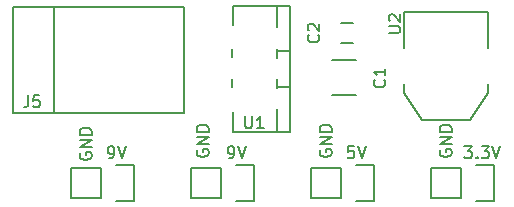
<source format=gto>
G04 #@! TF.FileFunction,Legend,Top*
%FSLAX46Y46*%
G04 Gerber Fmt 4.6, Leading zero omitted, Abs format (unit mm)*
G04 Created by KiCad (PCBNEW 4.0.1-3.201512221402+6198~38~ubuntu14.04.1-stable) date Mon 09 May 2016 07:42:58 PM PDT*
%MOMM*%
G01*
G04 APERTURE LIST*
%ADD10C,0.100000*%
%ADD11C,0.203200*%
%ADD12C,0.150000*%
G04 APERTURE END LIST*
D10*
D11*
X136168191Y-98503619D02*
X136797143Y-98503619D01*
X136458477Y-98890667D01*
X136603619Y-98890667D01*
X136700381Y-98939048D01*
X136748762Y-98987429D01*
X136797143Y-99084190D01*
X136797143Y-99326095D01*
X136748762Y-99422857D01*
X136700381Y-99471238D01*
X136603619Y-99519619D01*
X136313334Y-99519619D01*
X136216572Y-99471238D01*
X136168191Y-99422857D01*
X137232572Y-99422857D02*
X137280953Y-99471238D01*
X137232572Y-99519619D01*
X137184191Y-99471238D01*
X137232572Y-99422857D01*
X137232572Y-99519619D01*
X137619620Y-98503619D02*
X138248572Y-98503619D01*
X137909906Y-98890667D01*
X138055048Y-98890667D01*
X138151810Y-98939048D01*
X138200191Y-98987429D01*
X138248572Y-99084190D01*
X138248572Y-99326095D01*
X138200191Y-99422857D01*
X138151810Y-99471238D01*
X138055048Y-99519619D01*
X137764763Y-99519619D01*
X137668001Y-99471238D01*
X137619620Y-99422857D01*
X138538858Y-98503619D02*
X138877525Y-99519619D01*
X139216191Y-98503619D01*
X126806476Y-98503619D02*
X126322667Y-98503619D01*
X126274286Y-98987429D01*
X126322667Y-98939048D01*
X126419429Y-98890667D01*
X126661333Y-98890667D01*
X126758095Y-98939048D01*
X126806476Y-98987429D01*
X126854857Y-99084190D01*
X126854857Y-99326095D01*
X126806476Y-99422857D01*
X126758095Y-99471238D01*
X126661333Y-99519619D01*
X126419429Y-99519619D01*
X126322667Y-99471238D01*
X126274286Y-99422857D01*
X127145143Y-98503619D02*
X127483810Y-99519619D01*
X127822476Y-98503619D01*
X134112000Y-98818095D02*
X134063619Y-98914857D01*
X134063619Y-99060000D01*
X134112000Y-99205142D01*
X134208762Y-99301904D01*
X134305524Y-99350285D01*
X134499048Y-99398666D01*
X134644190Y-99398666D01*
X134837714Y-99350285D01*
X134934476Y-99301904D01*
X135031238Y-99205142D01*
X135079619Y-99060000D01*
X135079619Y-98963238D01*
X135031238Y-98818095D01*
X134982857Y-98769714D01*
X134644190Y-98769714D01*
X134644190Y-98963238D01*
X135079619Y-98334285D02*
X134063619Y-98334285D01*
X135079619Y-97753714D01*
X134063619Y-97753714D01*
X135079619Y-97269904D02*
X134063619Y-97269904D01*
X134063619Y-97027999D01*
X134112000Y-96882857D01*
X134208762Y-96786095D01*
X134305524Y-96737714D01*
X134499048Y-96689333D01*
X134644190Y-96689333D01*
X134837714Y-96737714D01*
X134934476Y-96786095D01*
X135031238Y-96882857D01*
X135079619Y-97027999D01*
X135079619Y-97269904D01*
X123952000Y-98818095D02*
X123903619Y-98914857D01*
X123903619Y-99060000D01*
X123952000Y-99205142D01*
X124048762Y-99301904D01*
X124145524Y-99350285D01*
X124339048Y-99398666D01*
X124484190Y-99398666D01*
X124677714Y-99350285D01*
X124774476Y-99301904D01*
X124871238Y-99205142D01*
X124919619Y-99060000D01*
X124919619Y-98963238D01*
X124871238Y-98818095D01*
X124822857Y-98769714D01*
X124484190Y-98769714D01*
X124484190Y-98963238D01*
X124919619Y-98334285D02*
X123903619Y-98334285D01*
X124919619Y-97753714D01*
X123903619Y-97753714D01*
X124919619Y-97269904D02*
X123903619Y-97269904D01*
X123903619Y-97027999D01*
X123952000Y-96882857D01*
X124048762Y-96786095D01*
X124145524Y-96737714D01*
X124339048Y-96689333D01*
X124484190Y-96689333D01*
X124677714Y-96737714D01*
X124774476Y-96786095D01*
X124871238Y-96882857D01*
X124919619Y-97027999D01*
X124919619Y-97269904D01*
X116211048Y-99519619D02*
X116404572Y-99519619D01*
X116501333Y-99471238D01*
X116549714Y-99422857D01*
X116646476Y-99277714D01*
X116694857Y-99084190D01*
X116694857Y-98697143D01*
X116646476Y-98600381D01*
X116598095Y-98552000D01*
X116501333Y-98503619D01*
X116307810Y-98503619D01*
X116211048Y-98552000D01*
X116162667Y-98600381D01*
X116114286Y-98697143D01*
X116114286Y-98939048D01*
X116162667Y-99035810D01*
X116211048Y-99084190D01*
X116307810Y-99132571D01*
X116501333Y-99132571D01*
X116598095Y-99084190D01*
X116646476Y-99035810D01*
X116694857Y-98939048D01*
X116985143Y-98503619D02*
X117323810Y-99519619D01*
X117662476Y-98503619D01*
X113538000Y-98818095D02*
X113489619Y-98914857D01*
X113489619Y-99060000D01*
X113538000Y-99205142D01*
X113634762Y-99301904D01*
X113731524Y-99350285D01*
X113925048Y-99398666D01*
X114070190Y-99398666D01*
X114263714Y-99350285D01*
X114360476Y-99301904D01*
X114457238Y-99205142D01*
X114505619Y-99060000D01*
X114505619Y-98963238D01*
X114457238Y-98818095D01*
X114408857Y-98769714D01*
X114070190Y-98769714D01*
X114070190Y-98963238D01*
X114505619Y-98334285D02*
X113489619Y-98334285D01*
X114505619Y-97753714D01*
X113489619Y-97753714D01*
X114505619Y-97269904D02*
X113489619Y-97269904D01*
X113489619Y-97027999D01*
X113538000Y-96882857D01*
X113634762Y-96786095D01*
X113731524Y-96737714D01*
X113925048Y-96689333D01*
X114070190Y-96689333D01*
X114263714Y-96737714D01*
X114360476Y-96786095D01*
X114457238Y-96882857D01*
X114505619Y-97027999D01*
X114505619Y-97269904D01*
X103632000Y-99072095D02*
X103583619Y-99168857D01*
X103583619Y-99314000D01*
X103632000Y-99459142D01*
X103728762Y-99555904D01*
X103825524Y-99604285D01*
X104019048Y-99652666D01*
X104164190Y-99652666D01*
X104357714Y-99604285D01*
X104454476Y-99555904D01*
X104551238Y-99459142D01*
X104599619Y-99314000D01*
X104599619Y-99217238D01*
X104551238Y-99072095D01*
X104502857Y-99023714D01*
X104164190Y-99023714D01*
X104164190Y-99217238D01*
X104599619Y-98588285D02*
X103583619Y-98588285D01*
X104599619Y-98007714D01*
X103583619Y-98007714D01*
X104599619Y-97523904D02*
X103583619Y-97523904D01*
X103583619Y-97281999D01*
X103632000Y-97136857D01*
X103728762Y-97040095D01*
X103825524Y-96991714D01*
X104019048Y-96943333D01*
X104164190Y-96943333D01*
X104357714Y-96991714D01*
X104454476Y-97040095D01*
X104551238Y-97136857D01*
X104599619Y-97281999D01*
X104599619Y-97523904D01*
X106051048Y-99519619D02*
X106244572Y-99519619D01*
X106341333Y-99471238D01*
X106389714Y-99422857D01*
X106486476Y-99277714D01*
X106534857Y-99084190D01*
X106534857Y-98697143D01*
X106486476Y-98600381D01*
X106438095Y-98552000D01*
X106341333Y-98503619D01*
X106147810Y-98503619D01*
X106051048Y-98552000D01*
X106002667Y-98600381D01*
X105954286Y-98697143D01*
X105954286Y-98939048D01*
X106002667Y-99035810D01*
X106051048Y-99084190D01*
X106147810Y-99132571D01*
X106341333Y-99132571D01*
X106438095Y-99084190D01*
X106486476Y-99035810D01*
X106534857Y-98939048D01*
X106825143Y-98503619D02*
X107163810Y-99519619D01*
X107502476Y-98503619D01*
D12*
X105410000Y-102870000D02*
X102870000Y-102870000D01*
X108230000Y-103150000D02*
X106680000Y-103150000D01*
X105410000Y-102870000D02*
X105410000Y-100330000D01*
X106680000Y-100050000D02*
X108230000Y-100050000D01*
X108230000Y-100050000D02*
X108230000Y-103150000D01*
X105410000Y-100330000D02*
X102870000Y-100330000D01*
X102870000Y-100330000D02*
X102870000Y-102870000D01*
X115570000Y-102870000D02*
X113030000Y-102870000D01*
X118390000Y-103150000D02*
X116840000Y-103150000D01*
X115570000Y-102870000D02*
X115570000Y-100330000D01*
X116840000Y-100050000D02*
X118390000Y-100050000D01*
X118390000Y-100050000D02*
X118390000Y-103150000D01*
X115570000Y-100330000D02*
X113030000Y-100330000D01*
X113030000Y-100330000D02*
X113030000Y-102870000D01*
X125730000Y-102870000D02*
X123190000Y-102870000D01*
X128550000Y-103150000D02*
X127000000Y-103150000D01*
X125730000Y-102870000D02*
X125730000Y-100330000D01*
X127000000Y-100050000D02*
X128550000Y-100050000D01*
X128550000Y-100050000D02*
X128550000Y-103150000D01*
X125730000Y-100330000D02*
X123190000Y-100330000D01*
X123190000Y-100330000D02*
X123190000Y-102870000D01*
X135890000Y-102870000D02*
X133350000Y-102870000D01*
X138710000Y-103150000D02*
X137160000Y-103150000D01*
X135890000Y-102870000D02*
X135890000Y-100330000D01*
X137160000Y-100050000D02*
X138710000Y-100050000D01*
X138710000Y-100050000D02*
X138710000Y-103150000D01*
X135890000Y-100330000D02*
X133350000Y-100330000D01*
X133350000Y-100330000D02*
X133350000Y-102870000D01*
X101462840Y-86685120D02*
X101462840Y-95686880D01*
X97962720Y-86685120D02*
X97962720Y-95686880D01*
X97962720Y-95686880D02*
X112463580Y-95686880D01*
X112463580Y-95686880D02*
X112463580Y-86685120D01*
X112463580Y-86685120D02*
X97962720Y-86685120D01*
X120269000Y-97282000D02*
X120269000Y-95377000D01*
X120269000Y-92837000D02*
X120269000Y-93599000D01*
X120269000Y-90424000D02*
X120269000Y-90297000D01*
X120269000Y-90424000D02*
X120269000Y-91059000D01*
X120269000Y-86614000D02*
X120269000Y-88392000D01*
X116586000Y-86614000D02*
X116586000Y-88265000D01*
X116459000Y-90932000D02*
X116459000Y-90297000D01*
X116459000Y-93472000D02*
X116459000Y-92837000D01*
X116586000Y-97282000D02*
X116586000Y-95631000D01*
X121412000Y-90424000D02*
X120269000Y-90424000D01*
X121412000Y-93472000D02*
X120269000Y-93472000D01*
X120269000Y-97282000D02*
X116586000Y-97282000D01*
X116586000Y-86614000D02*
X120269000Y-86614000D01*
X121412000Y-97282000D02*
X120269000Y-97282000D01*
X120269000Y-86614000D02*
X121412000Y-86614000D01*
X121412000Y-91948000D02*
X121412000Y-86614000D01*
X121412000Y-91948000D02*
X121412000Y-97282000D01*
X125738000Y-89750000D02*
X126738000Y-89750000D01*
X126738000Y-88050000D02*
X125738000Y-88050000D01*
X124984000Y-94185000D02*
X126984000Y-94185000D01*
X126984000Y-91235000D02*
X124984000Y-91235000D01*
X138176000Y-90170000D02*
X138176000Y-87122000D01*
X138176000Y-87122000D02*
X131064000Y-87122000D01*
X131064000Y-87122000D02*
X131064000Y-90170000D01*
X138176000Y-93218000D02*
X138176000Y-93980000D01*
X138176000Y-93980000D02*
X136652000Y-96266000D01*
X136652000Y-96266000D02*
X132588000Y-96266000D01*
X132588000Y-96266000D02*
X131064000Y-93980000D01*
X131064000Y-93980000D02*
X131064000Y-93218000D01*
X99234667Y-94194381D02*
X99234667Y-94908667D01*
X99187047Y-95051524D01*
X99091809Y-95146762D01*
X98948952Y-95194381D01*
X98853714Y-95194381D01*
X100187048Y-94194381D02*
X99710857Y-94194381D01*
X99663238Y-94670571D01*
X99710857Y-94622952D01*
X99806095Y-94575333D01*
X100044191Y-94575333D01*
X100139429Y-94622952D01*
X100187048Y-94670571D01*
X100234667Y-94765810D01*
X100234667Y-95003905D01*
X100187048Y-95099143D01*
X100139429Y-95146762D01*
X100044191Y-95194381D01*
X99806095Y-95194381D01*
X99710857Y-95146762D01*
X99663238Y-95099143D01*
X117602095Y-95972381D02*
X117602095Y-96781905D01*
X117649714Y-96877143D01*
X117697333Y-96924762D01*
X117792571Y-96972381D01*
X117983048Y-96972381D01*
X118078286Y-96924762D01*
X118125905Y-96877143D01*
X118173524Y-96781905D01*
X118173524Y-95972381D01*
X119173524Y-96972381D02*
X118602095Y-96972381D01*
X118887809Y-96972381D02*
X118887809Y-95972381D01*
X118792571Y-96115238D01*
X118697333Y-96210476D01*
X118602095Y-96258095D01*
X123801143Y-89066666D02*
X123848762Y-89114285D01*
X123896381Y-89257142D01*
X123896381Y-89352380D01*
X123848762Y-89495238D01*
X123753524Y-89590476D01*
X123658286Y-89638095D01*
X123467810Y-89685714D01*
X123324952Y-89685714D01*
X123134476Y-89638095D01*
X123039238Y-89590476D01*
X122944000Y-89495238D01*
X122896381Y-89352380D01*
X122896381Y-89257142D01*
X122944000Y-89114285D01*
X122991619Y-89066666D01*
X122991619Y-88685714D02*
X122944000Y-88638095D01*
X122896381Y-88542857D01*
X122896381Y-88304761D01*
X122944000Y-88209523D01*
X122991619Y-88161904D01*
X123086857Y-88114285D01*
X123182095Y-88114285D01*
X123324952Y-88161904D01*
X123896381Y-88733333D01*
X123896381Y-88114285D01*
X129389143Y-92876666D02*
X129436762Y-92924285D01*
X129484381Y-93067142D01*
X129484381Y-93162380D01*
X129436762Y-93305238D01*
X129341524Y-93400476D01*
X129246286Y-93448095D01*
X129055810Y-93495714D01*
X128912952Y-93495714D01*
X128722476Y-93448095D01*
X128627238Y-93400476D01*
X128532000Y-93305238D01*
X128484381Y-93162380D01*
X128484381Y-93067142D01*
X128532000Y-92924285D01*
X128579619Y-92876666D01*
X129484381Y-91924285D02*
X129484381Y-92495714D01*
X129484381Y-92210000D02*
X128484381Y-92210000D01*
X128627238Y-92305238D01*
X128722476Y-92400476D01*
X128770095Y-92495714D01*
X129754381Y-88899905D02*
X130563905Y-88899905D01*
X130659143Y-88852286D01*
X130706762Y-88804667D01*
X130754381Y-88709429D01*
X130754381Y-88518952D01*
X130706762Y-88423714D01*
X130659143Y-88376095D01*
X130563905Y-88328476D01*
X129754381Y-88328476D01*
X129849619Y-87899905D02*
X129802000Y-87852286D01*
X129754381Y-87757048D01*
X129754381Y-87518952D01*
X129802000Y-87423714D01*
X129849619Y-87376095D01*
X129944857Y-87328476D01*
X130040095Y-87328476D01*
X130182952Y-87376095D01*
X130754381Y-87947524D01*
X130754381Y-87328476D01*
M02*

</source>
